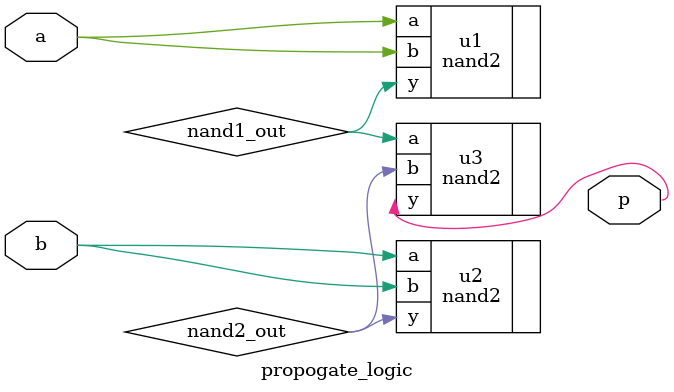
<source format=sv>
module propogate_logic (
    input logic a,
    input logic b,
    output logic p
);

    logic nand1_out;  
    logic nand2_out;  

	nand2 u1 (
		.a(a), 
		.b(a), 
		.y(nand1_out)
	); 

	nand2 u2 (
		.a(b), 
		.b(b), 
		.y(nand2_out)
	); 

	nand2 u3 (
		.a(nand1_out), 
		.b(nand2_out), 
		.y(p)
	);
 
endmodule

</source>
